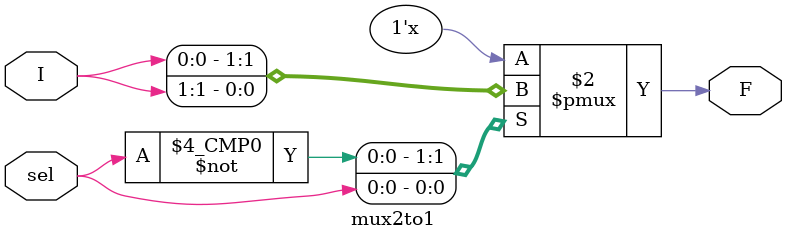
<source format=v>
module mux2to1(
    input sel,
    input [1:0]I,
    output reg F);

always @(*)begin
    case(sel)
        1'b0: F = I[0];
        1'b1: F = I[1];
    endcase
end
endmodule

</source>
